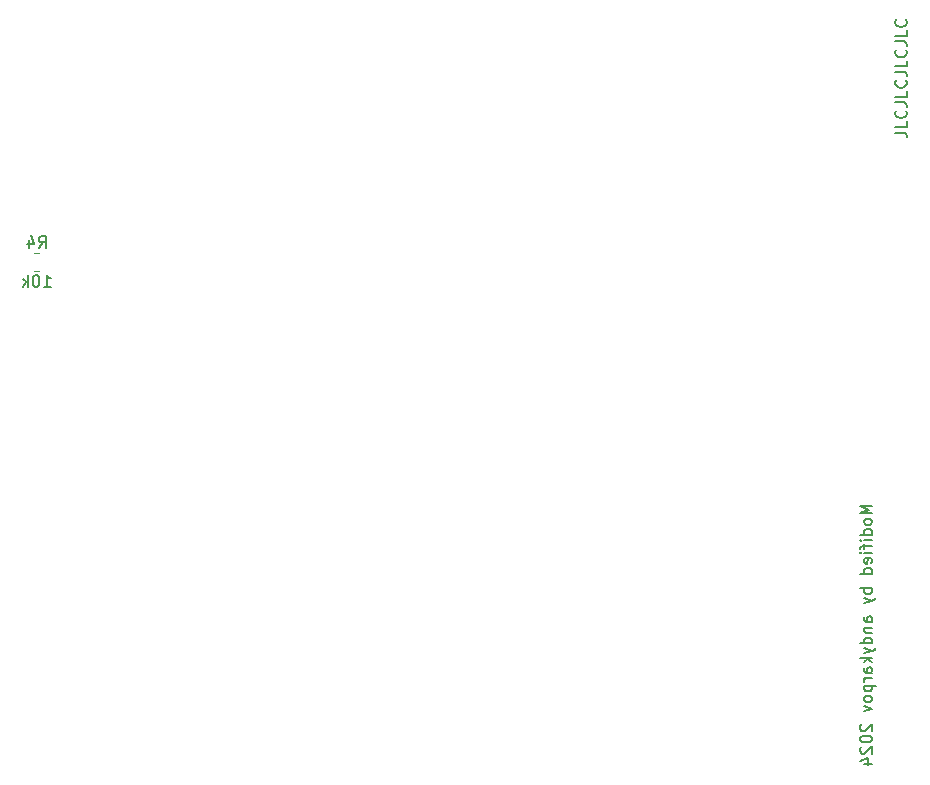
<source format=gbr>
%TF.GenerationSoftware,KiCad,Pcbnew,8.0.6-8.0.6-0~ubuntu24.04.1*%
%TF.CreationDate,2024-10-21T21:08:47+03:00*%
%TF.ProjectId,ZX Spectrum_ BUS Expander,5a582053-7065-4637-9472-756d2c204255,rev?*%
%TF.SameCoordinates,Original*%
%TF.FileFunction,Legend,Bot*%
%TF.FilePolarity,Positive*%
%FSLAX46Y46*%
G04 Gerber Fmt 4.6, Leading zero omitted, Abs format (unit mm)*
G04 Created by KiCad (PCBNEW 8.0.6-8.0.6-0~ubuntu24.04.1) date 2024-10-21 21:08:47*
%MOMM*%
%LPD*%
G01*
G04 APERTURE LIST*
%ADD10C,0.150000*%
%ADD11C,0.120000*%
G04 APERTURE END LIST*
D10*
X180946419Y-94062779D02*
X179946419Y-94062779D01*
X179946419Y-94062779D02*
X180660704Y-94396112D01*
X180660704Y-94396112D02*
X179946419Y-94729445D01*
X179946419Y-94729445D02*
X180946419Y-94729445D01*
X180946419Y-95348493D02*
X180898800Y-95253255D01*
X180898800Y-95253255D02*
X180851180Y-95205636D01*
X180851180Y-95205636D02*
X180755942Y-95158017D01*
X180755942Y-95158017D02*
X180470228Y-95158017D01*
X180470228Y-95158017D02*
X180374990Y-95205636D01*
X180374990Y-95205636D02*
X180327371Y-95253255D01*
X180327371Y-95253255D02*
X180279752Y-95348493D01*
X180279752Y-95348493D02*
X180279752Y-95491350D01*
X180279752Y-95491350D02*
X180327371Y-95586588D01*
X180327371Y-95586588D02*
X180374990Y-95634207D01*
X180374990Y-95634207D02*
X180470228Y-95681826D01*
X180470228Y-95681826D02*
X180755942Y-95681826D01*
X180755942Y-95681826D02*
X180851180Y-95634207D01*
X180851180Y-95634207D02*
X180898800Y-95586588D01*
X180898800Y-95586588D02*
X180946419Y-95491350D01*
X180946419Y-95491350D02*
X180946419Y-95348493D01*
X180946419Y-96538969D02*
X179946419Y-96538969D01*
X180898800Y-96538969D02*
X180946419Y-96443731D01*
X180946419Y-96443731D02*
X180946419Y-96253255D01*
X180946419Y-96253255D02*
X180898800Y-96158017D01*
X180898800Y-96158017D02*
X180851180Y-96110398D01*
X180851180Y-96110398D02*
X180755942Y-96062779D01*
X180755942Y-96062779D02*
X180470228Y-96062779D01*
X180470228Y-96062779D02*
X180374990Y-96110398D01*
X180374990Y-96110398D02*
X180327371Y-96158017D01*
X180327371Y-96158017D02*
X180279752Y-96253255D01*
X180279752Y-96253255D02*
X180279752Y-96443731D01*
X180279752Y-96443731D02*
X180327371Y-96538969D01*
X180946419Y-97015160D02*
X180279752Y-97015160D01*
X179946419Y-97015160D02*
X179994038Y-96967541D01*
X179994038Y-96967541D02*
X180041657Y-97015160D01*
X180041657Y-97015160D02*
X179994038Y-97062779D01*
X179994038Y-97062779D02*
X179946419Y-97015160D01*
X179946419Y-97015160D02*
X180041657Y-97015160D01*
X180279752Y-97348493D02*
X180279752Y-97729445D01*
X180946419Y-97491350D02*
X180089276Y-97491350D01*
X180089276Y-97491350D02*
X179994038Y-97538969D01*
X179994038Y-97538969D02*
X179946419Y-97634207D01*
X179946419Y-97634207D02*
X179946419Y-97729445D01*
X180946419Y-98062779D02*
X180279752Y-98062779D01*
X179946419Y-98062779D02*
X179994038Y-98015160D01*
X179994038Y-98015160D02*
X180041657Y-98062779D01*
X180041657Y-98062779D02*
X179994038Y-98110398D01*
X179994038Y-98110398D02*
X179946419Y-98062779D01*
X179946419Y-98062779D02*
X180041657Y-98062779D01*
X180898800Y-98919921D02*
X180946419Y-98824683D01*
X180946419Y-98824683D02*
X180946419Y-98634207D01*
X180946419Y-98634207D02*
X180898800Y-98538969D01*
X180898800Y-98538969D02*
X180803561Y-98491350D01*
X180803561Y-98491350D02*
X180422609Y-98491350D01*
X180422609Y-98491350D02*
X180327371Y-98538969D01*
X180327371Y-98538969D02*
X180279752Y-98634207D01*
X180279752Y-98634207D02*
X180279752Y-98824683D01*
X180279752Y-98824683D02*
X180327371Y-98919921D01*
X180327371Y-98919921D02*
X180422609Y-98967540D01*
X180422609Y-98967540D02*
X180517847Y-98967540D01*
X180517847Y-98967540D02*
X180613085Y-98491350D01*
X180946419Y-99824683D02*
X179946419Y-99824683D01*
X180898800Y-99824683D02*
X180946419Y-99729445D01*
X180946419Y-99729445D02*
X180946419Y-99538969D01*
X180946419Y-99538969D02*
X180898800Y-99443731D01*
X180898800Y-99443731D02*
X180851180Y-99396112D01*
X180851180Y-99396112D02*
X180755942Y-99348493D01*
X180755942Y-99348493D02*
X180470228Y-99348493D01*
X180470228Y-99348493D02*
X180374990Y-99396112D01*
X180374990Y-99396112D02*
X180327371Y-99443731D01*
X180327371Y-99443731D02*
X180279752Y-99538969D01*
X180279752Y-99538969D02*
X180279752Y-99729445D01*
X180279752Y-99729445D02*
X180327371Y-99824683D01*
X180946419Y-101062779D02*
X179946419Y-101062779D01*
X180327371Y-101062779D02*
X180279752Y-101158017D01*
X180279752Y-101158017D02*
X180279752Y-101348493D01*
X180279752Y-101348493D02*
X180327371Y-101443731D01*
X180327371Y-101443731D02*
X180374990Y-101491350D01*
X180374990Y-101491350D02*
X180470228Y-101538969D01*
X180470228Y-101538969D02*
X180755942Y-101538969D01*
X180755942Y-101538969D02*
X180851180Y-101491350D01*
X180851180Y-101491350D02*
X180898800Y-101443731D01*
X180898800Y-101443731D02*
X180946419Y-101348493D01*
X180946419Y-101348493D02*
X180946419Y-101158017D01*
X180946419Y-101158017D02*
X180898800Y-101062779D01*
X180279752Y-101872303D02*
X180946419Y-102110398D01*
X180279752Y-102348493D02*
X180946419Y-102110398D01*
X180946419Y-102110398D02*
X181184514Y-102015160D01*
X181184514Y-102015160D02*
X181232133Y-101967541D01*
X181232133Y-101967541D02*
X181279752Y-101872303D01*
X180946419Y-103919922D02*
X180422609Y-103919922D01*
X180422609Y-103919922D02*
X180327371Y-103872303D01*
X180327371Y-103872303D02*
X180279752Y-103777065D01*
X180279752Y-103777065D02*
X180279752Y-103586589D01*
X180279752Y-103586589D02*
X180327371Y-103491351D01*
X180898800Y-103919922D02*
X180946419Y-103824684D01*
X180946419Y-103824684D02*
X180946419Y-103586589D01*
X180946419Y-103586589D02*
X180898800Y-103491351D01*
X180898800Y-103491351D02*
X180803561Y-103443732D01*
X180803561Y-103443732D02*
X180708323Y-103443732D01*
X180708323Y-103443732D02*
X180613085Y-103491351D01*
X180613085Y-103491351D02*
X180565466Y-103586589D01*
X180565466Y-103586589D02*
X180565466Y-103824684D01*
X180565466Y-103824684D02*
X180517847Y-103919922D01*
X180279752Y-104396113D02*
X180946419Y-104396113D01*
X180374990Y-104396113D02*
X180327371Y-104443732D01*
X180327371Y-104443732D02*
X180279752Y-104538970D01*
X180279752Y-104538970D02*
X180279752Y-104681827D01*
X180279752Y-104681827D02*
X180327371Y-104777065D01*
X180327371Y-104777065D02*
X180422609Y-104824684D01*
X180422609Y-104824684D02*
X180946419Y-104824684D01*
X180946419Y-105729446D02*
X179946419Y-105729446D01*
X180898800Y-105729446D02*
X180946419Y-105634208D01*
X180946419Y-105634208D02*
X180946419Y-105443732D01*
X180946419Y-105443732D02*
X180898800Y-105348494D01*
X180898800Y-105348494D02*
X180851180Y-105300875D01*
X180851180Y-105300875D02*
X180755942Y-105253256D01*
X180755942Y-105253256D02*
X180470228Y-105253256D01*
X180470228Y-105253256D02*
X180374990Y-105300875D01*
X180374990Y-105300875D02*
X180327371Y-105348494D01*
X180327371Y-105348494D02*
X180279752Y-105443732D01*
X180279752Y-105443732D02*
X180279752Y-105634208D01*
X180279752Y-105634208D02*
X180327371Y-105729446D01*
X180279752Y-106110399D02*
X180946419Y-106348494D01*
X180279752Y-106586589D02*
X180946419Y-106348494D01*
X180946419Y-106348494D02*
X181184514Y-106253256D01*
X181184514Y-106253256D02*
X181232133Y-106205637D01*
X181232133Y-106205637D02*
X181279752Y-106110399D01*
X180946419Y-106967542D02*
X179946419Y-106967542D01*
X180565466Y-107062780D02*
X180946419Y-107348494D01*
X180279752Y-107348494D02*
X180660704Y-106967542D01*
X180946419Y-108205637D02*
X180422609Y-108205637D01*
X180422609Y-108205637D02*
X180327371Y-108158018D01*
X180327371Y-108158018D02*
X180279752Y-108062780D01*
X180279752Y-108062780D02*
X180279752Y-107872304D01*
X180279752Y-107872304D02*
X180327371Y-107777066D01*
X180898800Y-108205637D02*
X180946419Y-108110399D01*
X180946419Y-108110399D02*
X180946419Y-107872304D01*
X180946419Y-107872304D02*
X180898800Y-107777066D01*
X180898800Y-107777066D02*
X180803561Y-107729447D01*
X180803561Y-107729447D02*
X180708323Y-107729447D01*
X180708323Y-107729447D02*
X180613085Y-107777066D01*
X180613085Y-107777066D02*
X180565466Y-107872304D01*
X180565466Y-107872304D02*
X180565466Y-108110399D01*
X180565466Y-108110399D02*
X180517847Y-108205637D01*
X180946419Y-108681828D02*
X180279752Y-108681828D01*
X180470228Y-108681828D02*
X180374990Y-108729447D01*
X180374990Y-108729447D02*
X180327371Y-108777066D01*
X180327371Y-108777066D02*
X180279752Y-108872304D01*
X180279752Y-108872304D02*
X180279752Y-108967542D01*
X180279752Y-109300876D02*
X181279752Y-109300876D01*
X180327371Y-109300876D02*
X180279752Y-109396114D01*
X180279752Y-109396114D02*
X180279752Y-109586590D01*
X180279752Y-109586590D02*
X180327371Y-109681828D01*
X180327371Y-109681828D02*
X180374990Y-109729447D01*
X180374990Y-109729447D02*
X180470228Y-109777066D01*
X180470228Y-109777066D02*
X180755942Y-109777066D01*
X180755942Y-109777066D02*
X180851180Y-109729447D01*
X180851180Y-109729447D02*
X180898800Y-109681828D01*
X180898800Y-109681828D02*
X180946419Y-109586590D01*
X180946419Y-109586590D02*
X180946419Y-109396114D01*
X180946419Y-109396114D02*
X180898800Y-109300876D01*
X180946419Y-110348495D02*
X180898800Y-110253257D01*
X180898800Y-110253257D02*
X180851180Y-110205638D01*
X180851180Y-110205638D02*
X180755942Y-110158019D01*
X180755942Y-110158019D02*
X180470228Y-110158019D01*
X180470228Y-110158019D02*
X180374990Y-110205638D01*
X180374990Y-110205638D02*
X180327371Y-110253257D01*
X180327371Y-110253257D02*
X180279752Y-110348495D01*
X180279752Y-110348495D02*
X180279752Y-110491352D01*
X180279752Y-110491352D02*
X180327371Y-110586590D01*
X180327371Y-110586590D02*
X180374990Y-110634209D01*
X180374990Y-110634209D02*
X180470228Y-110681828D01*
X180470228Y-110681828D02*
X180755942Y-110681828D01*
X180755942Y-110681828D02*
X180851180Y-110634209D01*
X180851180Y-110634209D02*
X180898800Y-110586590D01*
X180898800Y-110586590D02*
X180946419Y-110491352D01*
X180946419Y-110491352D02*
X180946419Y-110348495D01*
X180279752Y-111015162D02*
X180946419Y-111253257D01*
X180946419Y-111253257D02*
X180279752Y-111491352D01*
X180041657Y-112586591D02*
X179994038Y-112634210D01*
X179994038Y-112634210D02*
X179946419Y-112729448D01*
X179946419Y-112729448D02*
X179946419Y-112967543D01*
X179946419Y-112967543D02*
X179994038Y-113062781D01*
X179994038Y-113062781D02*
X180041657Y-113110400D01*
X180041657Y-113110400D02*
X180136895Y-113158019D01*
X180136895Y-113158019D02*
X180232133Y-113158019D01*
X180232133Y-113158019D02*
X180374990Y-113110400D01*
X180374990Y-113110400D02*
X180946419Y-112538972D01*
X180946419Y-112538972D02*
X180946419Y-113158019D01*
X179946419Y-113777067D02*
X179946419Y-113872305D01*
X179946419Y-113872305D02*
X179994038Y-113967543D01*
X179994038Y-113967543D02*
X180041657Y-114015162D01*
X180041657Y-114015162D02*
X180136895Y-114062781D01*
X180136895Y-114062781D02*
X180327371Y-114110400D01*
X180327371Y-114110400D02*
X180565466Y-114110400D01*
X180565466Y-114110400D02*
X180755942Y-114062781D01*
X180755942Y-114062781D02*
X180851180Y-114015162D01*
X180851180Y-114015162D02*
X180898800Y-113967543D01*
X180898800Y-113967543D02*
X180946419Y-113872305D01*
X180946419Y-113872305D02*
X180946419Y-113777067D01*
X180946419Y-113777067D02*
X180898800Y-113681829D01*
X180898800Y-113681829D02*
X180851180Y-113634210D01*
X180851180Y-113634210D02*
X180755942Y-113586591D01*
X180755942Y-113586591D02*
X180565466Y-113538972D01*
X180565466Y-113538972D02*
X180327371Y-113538972D01*
X180327371Y-113538972D02*
X180136895Y-113586591D01*
X180136895Y-113586591D02*
X180041657Y-113634210D01*
X180041657Y-113634210D02*
X179994038Y-113681829D01*
X179994038Y-113681829D02*
X179946419Y-113777067D01*
X180041657Y-114491353D02*
X179994038Y-114538972D01*
X179994038Y-114538972D02*
X179946419Y-114634210D01*
X179946419Y-114634210D02*
X179946419Y-114872305D01*
X179946419Y-114872305D02*
X179994038Y-114967543D01*
X179994038Y-114967543D02*
X180041657Y-115015162D01*
X180041657Y-115015162D02*
X180136895Y-115062781D01*
X180136895Y-115062781D02*
X180232133Y-115062781D01*
X180232133Y-115062781D02*
X180374990Y-115015162D01*
X180374990Y-115015162D02*
X180946419Y-114443734D01*
X180946419Y-114443734D02*
X180946419Y-115062781D01*
X180279752Y-115919924D02*
X180946419Y-115919924D01*
X179898800Y-115681829D02*
X180613085Y-115443734D01*
X180613085Y-115443734D02*
X180613085Y-116062781D01*
X182909819Y-62477506D02*
X183624104Y-62477506D01*
X183624104Y-62477506D02*
X183766961Y-62525125D01*
X183766961Y-62525125D02*
X183862200Y-62620363D01*
X183862200Y-62620363D02*
X183909819Y-62763220D01*
X183909819Y-62763220D02*
X183909819Y-62858458D01*
X183909819Y-61525125D02*
X183909819Y-62001315D01*
X183909819Y-62001315D02*
X182909819Y-62001315D01*
X183814580Y-60620363D02*
X183862200Y-60667982D01*
X183862200Y-60667982D02*
X183909819Y-60810839D01*
X183909819Y-60810839D02*
X183909819Y-60906077D01*
X183909819Y-60906077D02*
X183862200Y-61048934D01*
X183862200Y-61048934D02*
X183766961Y-61144172D01*
X183766961Y-61144172D02*
X183671723Y-61191791D01*
X183671723Y-61191791D02*
X183481247Y-61239410D01*
X183481247Y-61239410D02*
X183338390Y-61239410D01*
X183338390Y-61239410D02*
X183147914Y-61191791D01*
X183147914Y-61191791D02*
X183052676Y-61144172D01*
X183052676Y-61144172D02*
X182957438Y-61048934D01*
X182957438Y-61048934D02*
X182909819Y-60906077D01*
X182909819Y-60906077D02*
X182909819Y-60810839D01*
X182909819Y-60810839D02*
X182957438Y-60667982D01*
X182957438Y-60667982D02*
X183005057Y-60620363D01*
X182909819Y-59906077D02*
X183624104Y-59906077D01*
X183624104Y-59906077D02*
X183766961Y-59953696D01*
X183766961Y-59953696D02*
X183862200Y-60048934D01*
X183862200Y-60048934D02*
X183909819Y-60191791D01*
X183909819Y-60191791D02*
X183909819Y-60287029D01*
X183909819Y-58953696D02*
X183909819Y-59429886D01*
X183909819Y-59429886D02*
X182909819Y-59429886D01*
X183814580Y-58048934D02*
X183862200Y-58096553D01*
X183862200Y-58096553D02*
X183909819Y-58239410D01*
X183909819Y-58239410D02*
X183909819Y-58334648D01*
X183909819Y-58334648D02*
X183862200Y-58477505D01*
X183862200Y-58477505D02*
X183766961Y-58572743D01*
X183766961Y-58572743D02*
X183671723Y-58620362D01*
X183671723Y-58620362D02*
X183481247Y-58667981D01*
X183481247Y-58667981D02*
X183338390Y-58667981D01*
X183338390Y-58667981D02*
X183147914Y-58620362D01*
X183147914Y-58620362D02*
X183052676Y-58572743D01*
X183052676Y-58572743D02*
X182957438Y-58477505D01*
X182957438Y-58477505D02*
X182909819Y-58334648D01*
X182909819Y-58334648D02*
X182909819Y-58239410D01*
X182909819Y-58239410D02*
X182957438Y-58096553D01*
X182957438Y-58096553D02*
X183005057Y-58048934D01*
X182909819Y-57334648D02*
X183624104Y-57334648D01*
X183624104Y-57334648D02*
X183766961Y-57382267D01*
X183766961Y-57382267D02*
X183862200Y-57477505D01*
X183862200Y-57477505D02*
X183909819Y-57620362D01*
X183909819Y-57620362D02*
X183909819Y-57715600D01*
X183909819Y-56382267D02*
X183909819Y-56858457D01*
X183909819Y-56858457D02*
X182909819Y-56858457D01*
X183814580Y-55477505D02*
X183862200Y-55525124D01*
X183862200Y-55525124D02*
X183909819Y-55667981D01*
X183909819Y-55667981D02*
X183909819Y-55763219D01*
X183909819Y-55763219D02*
X183862200Y-55906076D01*
X183862200Y-55906076D02*
X183766961Y-56001314D01*
X183766961Y-56001314D02*
X183671723Y-56048933D01*
X183671723Y-56048933D02*
X183481247Y-56096552D01*
X183481247Y-56096552D02*
X183338390Y-56096552D01*
X183338390Y-56096552D02*
X183147914Y-56048933D01*
X183147914Y-56048933D02*
X183052676Y-56001314D01*
X183052676Y-56001314D02*
X182957438Y-55906076D01*
X182957438Y-55906076D02*
X182909819Y-55763219D01*
X182909819Y-55763219D02*
X182909819Y-55667981D01*
X182909819Y-55667981D02*
X182957438Y-55525124D01*
X182957438Y-55525124D02*
X183005057Y-55477505D01*
X182909819Y-54763219D02*
X183624104Y-54763219D01*
X183624104Y-54763219D02*
X183766961Y-54810838D01*
X183766961Y-54810838D02*
X183862200Y-54906076D01*
X183862200Y-54906076D02*
X183909819Y-55048933D01*
X183909819Y-55048933D02*
X183909819Y-55144171D01*
X183909819Y-53810838D02*
X183909819Y-54287028D01*
X183909819Y-54287028D02*
X182909819Y-54287028D01*
X183814580Y-52906076D02*
X183862200Y-52953695D01*
X183862200Y-52953695D02*
X183909819Y-53096552D01*
X183909819Y-53096552D02*
X183909819Y-53191790D01*
X183909819Y-53191790D02*
X183862200Y-53334647D01*
X183862200Y-53334647D02*
X183766961Y-53429885D01*
X183766961Y-53429885D02*
X183671723Y-53477504D01*
X183671723Y-53477504D02*
X183481247Y-53525123D01*
X183481247Y-53525123D02*
X183338390Y-53525123D01*
X183338390Y-53525123D02*
X183147914Y-53477504D01*
X183147914Y-53477504D02*
X183052676Y-53429885D01*
X183052676Y-53429885D02*
X182957438Y-53334647D01*
X182957438Y-53334647D02*
X182909819Y-53191790D01*
X182909819Y-53191790D02*
X182909819Y-53096552D01*
X182909819Y-53096552D02*
X182957438Y-52953695D01*
X182957438Y-52953695D02*
X183005057Y-52906076D01*
X110402666Y-72236219D02*
X110735999Y-71760028D01*
X110974094Y-72236219D02*
X110974094Y-71236219D01*
X110974094Y-71236219D02*
X110593142Y-71236219D01*
X110593142Y-71236219D02*
X110497904Y-71283838D01*
X110497904Y-71283838D02*
X110450285Y-71331457D01*
X110450285Y-71331457D02*
X110402666Y-71426695D01*
X110402666Y-71426695D02*
X110402666Y-71569552D01*
X110402666Y-71569552D02*
X110450285Y-71664790D01*
X110450285Y-71664790D02*
X110497904Y-71712409D01*
X110497904Y-71712409D02*
X110593142Y-71760028D01*
X110593142Y-71760028D02*
X110974094Y-71760028D01*
X109545523Y-71569552D02*
X109545523Y-72236219D01*
X109783618Y-71188600D02*
X110021713Y-71902885D01*
X110021713Y-71902885D02*
X109402666Y-71902885D01*
X110831238Y-75536219D02*
X111402666Y-75536219D01*
X111116952Y-75536219D02*
X111116952Y-74536219D01*
X111116952Y-74536219D02*
X111212190Y-74679076D01*
X111212190Y-74679076D02*
X111307428Y-74774314D01*
X111307428Y-74774314D02*
X111402666Y-74821933D01*
X110212190Y-74536219D02*
X110116952Y-74536219D01*
X110116952Y-74536219D02*
X110021714Y-74583838D01*
X110021714Y-74583838D02*
X109974095Y-74631457D01*
X109974095Y-74631457D02*
X109926476Y-74726695D01*
X109926476Y-74726695D02*
X109878857Y-74917171D01*
X109878857Y-74917171D02*
X109878857Y-75155266D01*
X109878857Y-75155266D02*
X109926476Y-75345742D01*
X109926476Y-75345742D02*
X109974095Y-75440980D01*
X109974095Y-75440980D02*
X110021714Y-75488600D01*
X110021714Y-75488600D02*
X110116952Y-75536219D01*
X110116952Y-75536219D02*
X110212190Y-75536219D01*
X110212190Y-75536219D02*
X110307428Y-75488600D01*
X110307428Y-75488600D02*
X110355047Y-75440980D01*
X110355047Y-75440980D02*
X110402666Y-75345742D01*
X110402666Y-75345742D02*
X110450285Y-75155266D01*
X110450285Y-75155266D02*
X110450285Y-74917171D01*
X110450285Y-74917171D02*
X110402666Y-74726695D01*
X110402666Y-74726695D02*
X110355047Y-74631457D01*
X110355047Y-74631457D02*
X110307428Y-74583838D01*
X110307428Y-74583838D02*
X110212190Y-74536219D01*
X109450285Y-75536219D02*
X109450285Y-74536219D01*
X109355047Y-75155266D02*
X109069333Y-75536219D01*
X109069333Y-74869552D02*
X109450285Y-75250504D01*
D11*
%TO.C,R4*%
X110008936Y-72696400D02*
X110463064Y-72696400D01*
X110008936Y-74166400D02*
X110463064Y-74166400D01*
%TD*%
M02*

</source>
